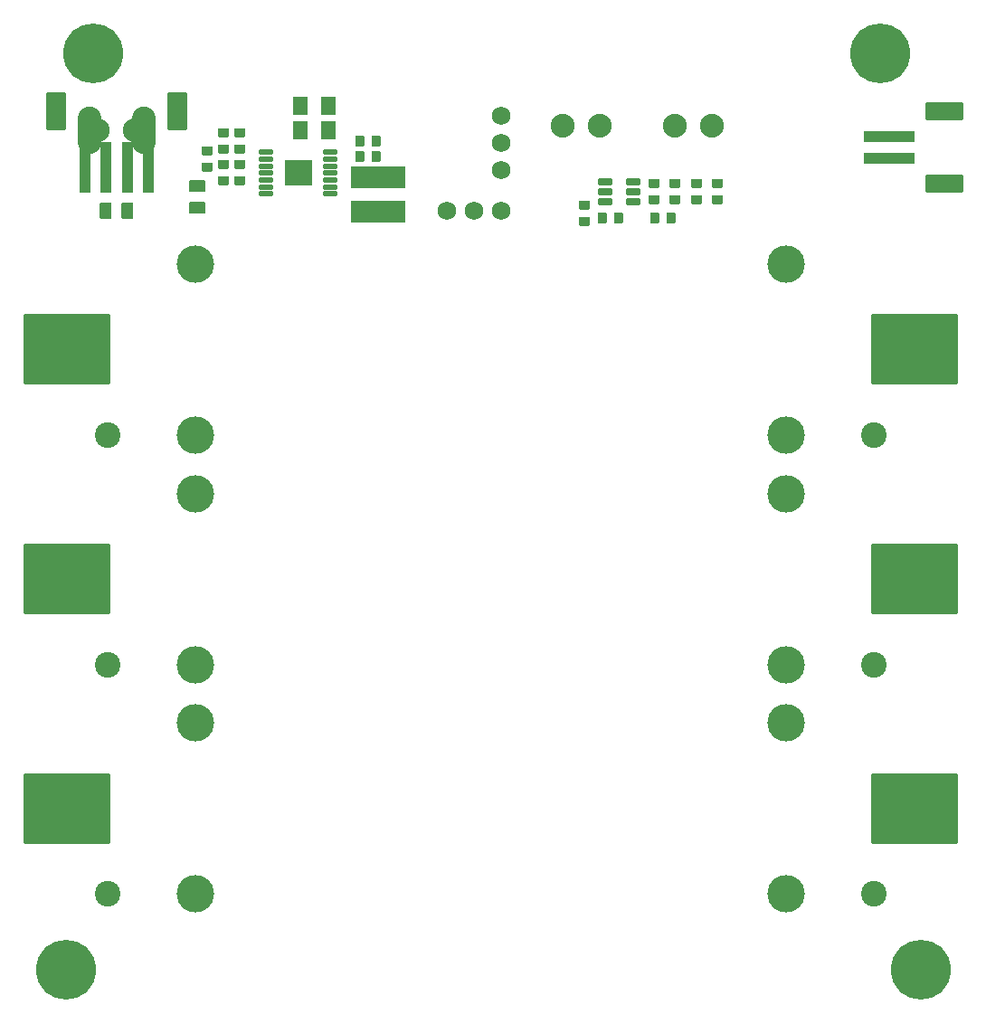
<source format=gbr>
%TF.GenerationSoftware,KiCad,Pcbnew,(6.0.2)*%
%TF.CreationDate,2022-05-05T15:15:48-07:00*%
%TF.ProjectId,Bat_Board_v3.104,4261745f-426f-4617-9264-5f76332e3130,rev?*%
%TF.SameCoordinates,Original*%
%TF.FileFunction,Soldermask,Top*%
%TF.FilePolarity,Negative*%
%FSLAX46Y46*%
G04 Gerber Fmt 4.6, Leading zero omitted, Abs format (unit mm)*
G04 Created by KiCad (PCBNEW (6.0.2)) date 2022-05-05 15:15:48*
%MOMM*%
%LPD*%
G01*
G04 APERTURE LIST*
G04 Aperture macros list*
%AMRoundRect*
0 Rectangle with rounded corners*
0 $1 Rounding radius*
0 $2 $3 $4 $5 $6 $7 $8 $9 X,Y pos of 4 corners*
0 Add a 4 corners polygon primitive as box body*
4,1,4,$2,$3,$4,$5,$6,$7,$8,$9,$2,$3,0*
0 Add four circle primitives for the rounded corners*
1,1,$1+$1,$2,$3*
1,1,$1+$1,$4,$5*
1,1,$1+$1,$6,$7*
1,1,$1+$1,$8,$9*
0 Add four rect primitives between the rounded corners*
20,1,$1+$1,$2,$3,$4,$5,0*
20,1,$1+$1,$4,$5,$6,$7,0*
20,1,$1+$1,$6,$7,$8,$9,0*
20,1,$1+$1,$8,$9,$2,$3,0*%
G04 Aperture macros list end*
%ADD10RoundRect,0.025400X0.444500X-0.381000X0.444500X0.381000X-0.444500X0.381000X-0.444500X-0.381000X0*%
%ADD11C,5.600000*%
%ADD12RoundRect,0.025400X0.635000X0.825500X-0.635000X0.825500X-0.635000X-0.825500X0.635000X-0.825500X0*%
%ADD13RoundRect,0.025400X-0.444500X0.381000X-0.444500X-0.381000X0.444500X-0.381000X0.444500X0.381000X0*%
%ADD14RoundRect,0.025400X-0.600000X-0.200000X0.600000X-0.200000X0.600000X0.200000X-0.600000X0.200000X0*%
%ADD15RoundRect,0.025400X0.600000X0.200000X-0.600000X0.200000X-0.600000X-0.200000X0.600000X-0.200000X0*%
%ADD16RoundRect,0.025400X-1.225000X1.150000X-1.225000X-1.150000X1.225000X-1.150000X1.225000X1.150000X0*%
%ADD17C,2.235200*%
%ADD18RoundRect,0.025400X-0.381000X-0.444500X0.381000X-0.444500X0.381000X0.444500X-0.381000X0.444500X0*%
%ADD19RoundRect,0.025400X0.381000X0.444500X-0.381000X0.444500X-0.381000X-0.444500X0.381000X-0.444500X0*%
%ADD20RoundRect,0.025400X0.698500X-0.508000X0.698500X0.508000X-0.698500X0.508000X-0.698500X-0.508000X0*%
%ADD21C,3.500000*%
%ADD22C,2.400000*%
%ADD23RoundRect,0.025400X-4.000000X-3.250000X4.000000X-3.250000X4.000000X3.250000X-4.000000X3.250000X0*%
%ADD24O,2.235200X4.419600*%
%ADD25RoundRect,0.025400X-0.500000X-2.300000X0.500000X-2.300000X0.500000X2.300000X-0.500000X2.300000X0*%
%ADD26RoundRect,0.025400X0.850000X-1.700000X0.850000X1.700000X-0.850000X1.700000X-0.850000X-1.700000X0*%
%ADD27C,1.727200*%
%ADD28RoundRect,0.025400X0.508000X0.698500X-0.508000X0.698500X-0.508000X-0.698500X0.508000X-0.698500X0*%
%ADD29RoundRect,0.025400X-1.700000X-0.800000X1.700000X-0.800000X1.700000X0.800000X-1.700000X0.800000X0*%
%ADD30RoundRect,0.025400X-2.300000X0.500000X-2.300000X-0.500000X2.300000X-0.500000X2.300000X0.500000X0*%
%ADD31RoundRect,0.025400X-2.500000X-1.000000X2.500000X-1.000000X2.500000X1.000000X-2.500000X1.000000X0*%
%ADD32RoundRect,0.025400X-0.600000X0.275000X-0.600000X-0.275000X0.600000X-0.275000X0.600000X0.275000X0*%
G04 APERTURE END LIST*
D10*
%TO.C,C11*%
X116694000Y-68236400D03*
X116694000Y-66712400D03*
%TD*%
D11*
%TO.C,*%
X183426100Y-143294100D03*
%TD*%
D12*
%TO.C,C1*%
X127989400Y-62474400D03*
X125398600Y-62474400D03*
%TD*%
D13*
%TO.C,C7*%
X160444000Y-69712400D03*
X160444000Y-71236400D03*
%TD*%
D14*
%TO.C,U3*%
X122194000Y-66774400D03*
X122194000Y-67424400D03*
X122194000Y-68074400D03*
X122194000Y-68724400D03*
X122194000Y-69374400D03*
X122194000Y-70024400D03*
X122194000Y-70674400D03*
D15*
X128194000Y-70674400D03*
X128194000Y-70024400D03*
X128194000Y-69374400D03*
X128194000Y-68724400D03*
X128194000Y-68074400D03*
X128194000Y-67424400D03*
X128194000Y-66774400D03*
D16*
X125194000Y-68724400D03*
%TD*%
D10*
%TO.C,R5*%
X162444000Y-71236400D03*
X162444000Y-69712400D03*
%TD*%
D17*
%TO.C,J2*%
X149894000Y-64324400D03*
X153394000Y-64324400D03*
%TD*%
D18*
%TO.C,R6*%
X158557000Y-72974400D03*
X160081000Y-72974400D03*
%TD*%
D19*
%TO.C,C10*%
X155206000Y-72974400D03*
X153682000Y-72974400D03*
%TD*%
D13*
%TO.C,C8*%
X158444000Y-69712400D03*
X158444000Y-71236400D03*
%TD*%
D20*
%TO.C,C3*%
X115694000Y-71990400D03*
X115694000Y-69958400D03*
%TD*%
D11*
%TO.C,*%
X103426100Y-143294100D03*
%TD*%
%TO.C,*%
X105966100Y-57569100D03*
%TD*%
D17*
%TO.C,J1*%
X160394000Y-64324400D03*
X163894000Y-64324400D03*
%TD*%
D10*
%TO.C,R2*%
X118194000Y-66486400D03*
X118194000Y-64962400D03*
%TD*%
D21*
%TO.C,BAT6*%
X170816500Y-120223400D03*
D22*
X179033400Y-136225400D03*
D21*
X115571500Y-136225400D03*
D23*
X103494000Y-128224400D03*
X182894000Y-128224400D03*
%TD*%
D11*
%TO.C,*%
X179626100Y-57569100D03*
%TD*%
D24*
%TO.C,J5*%
X105654000Y-64724400D03*
X110734000Y-64724400D03*
%TD*%
D19*
%TO.C,C5*%
X132456000Y-67224400D03*
X130932000Y-67224400D03*
%TD*%
D13*
%TO.C,C9*%
X164444000Y-69712400D03*
X164444000Y-71236400D03*
%TD*%
D12*
%TO.C,C2*%
X127989400Y-64724400D03*
X125398600Y-64724400D03*
%TD*%
D25*
%TO.C,CONN1*%
X105194000Y-68174400D03*
X107194000Y-68174400D03*
X109194000Y-68174400D03*
X111194000Y-68174400D03*
D26*
X102494000Y-62974400D03*
X113894000Y-62974400D03*
%TD*%
D27*
%TO.C,JP2*%
X139114000Y-72304400D03*
X141654000Y-72304400D03*
X144194000Y-72304400D03*
%TD*%
D13*
%TO.C,R3*%
X118194000Y-67962400D03*
X118194000Y-69486400D03*
%TD*%
D28*
%TO.C,C4*%
X109210000Y-72224400D03*
X107178000Y-72224400D03*
%TD*%
D29*
%TO.C,J3*%
X185690008Y-69730015D03*
X185690008Y-62930004D03*
D30*
X180490007Y-65330005D03*
X180490007Y-67330005D03*
%TD*%
D13*
%TO.C,C6*%
X119694000Y-67962400D03*
X119694000Y-69486400D03*
%TD*%
D27*
%TO.C,JP1*%
X144194000Y-68494400D03*
X144194000Y-65954400D03*
X144194000Y-63414400D03*
%TD*%
D17*
%TO.C,J6*%
X106394000Y-64724400D03*
X109894000Y-64724400D03*
%TD*%
D21*
%TO.C,BAT4*%
X115571500Y-93225400D03*
D22*
X179033400Y-93225400D03*
D21*
X170816500Y-77223400D03*
D23*
X103494000Y-85224400D03*
X182894000Y-85224400D03*
%TD*%
D31*
%TO.C,L1*%
X132694000Y-69124400D03*
X132694000Y-72324400D03*
%TD*%
D19*
%TO.C,R4*%
X132456000Y-65724400D03*
X130932000Y-65724400D03*
%TD*%
D13*
%TO.C,R1*%
X119694000Y-64962400D03*
X119694000Y-66486400D03*
%TD*%
D22*
%TO.C,BAT5*%
X179033400Y-114725400D03*
D21*
X170816500Y-98723400D03*
X115571500Y-114725400D03*
D23*
X103494000Y-106724400D03*
X182894000Y-106724400D03*
%TD*%
D32*
%TO.C,U1*%
X153894000Y-69524400D03*
X153894000Y-70474400D03*
X153894000Y-71424400D03*
X156494000Y-71424400D03*
X156494000Y-70474400D03*
X156494000Y-69524400D03*
%TD*%
D13*
%TO.C,R7*%
X151944000Y-71712400D03*
X151944000Y-73236400D03*
%TD*%
D21*
%TO.C,BAT3*%
X170816500Y-136225400D03*
X115571500Y-120223400D03*
D22*
X107354600Y-136225400D03*
%TD*%
D21*
%TO.C,BAT2*%
X170816500Y-114725400D03*
D22*
X107354600Y-114725400D03*
D21*
X115571500Y-98723400D03*
%TD*%
D22*
%TO.C,BAT1*%
X107354600Y-93225400D03*
D21*
X170816500Y-93225400D03*
X115571500Y-77223400D03*
%TD*%
M02*

</source>
